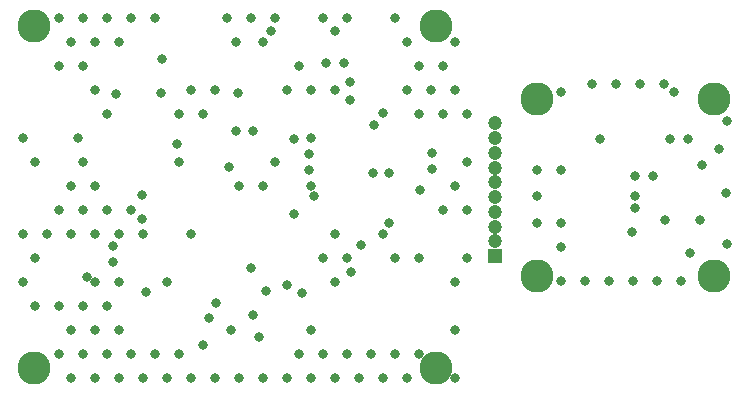
<source format=gbs>
G04*
G04 #@! TF.GenerationSoftware,Altium Limited,Altium Designer,20.0.2 (26)*
G04*
G04 Layer_Color=16711935*
%FSLAX25Y25*%
%MOIN*%
G70*
G01*
G75*
%ADD64C,0.04737*%
%ADD65R,0.04737X0.04737*%
%ADD66C,0.11036*%
%ADD67C,0.03200*%
G54D64*
X-6000Y58907D02*
D03*
Y53986D02*
D03*
Y49065D02*
D03*
Y44144D02*
D03*
Y39222D02*
D03*
Y34301D02*
D03*
Y29380D02*
D03*
Y24459D02*
D03*
Y19537D02*
D03*
G54D65*
Y14616D02*
D03*
G54D66*
X-159669Y-22689D02*
D03*
X-25811D02*
D03*
Y91484D02*
D03*
X-159669D02*
D03*
X7874Y66929D02*
D03*
X66929Y66929D02*
D03*
Y7874D02*
D03*
X7874D02*
D03*
G54D67*
X-19500Y86000D02*
D03*
Y70000D02*
D03*
X-15500Y62000D02*
D03*
Y46000D02*
D03*
X-19500Y38000D02*
D03*
X-15500Y30000D02*
D03*
Y14000D02*
D03*
X-19500Y6000D02*
D03*
Y-10000D02*
D03*
Y-26000D02*
D03*
X-23500Y78000D02*
D03*
X-27500Y70000D02*
D03*
X-23500Y62000D02*
D03*
Y30000D02*
D03*
X-35500Y86000D02*
D03*
X-31500Y78000D02*
D03*
X-35500Y70000D02*
D03*
X-31500Y62000D02*
D03*
Y14000D02*
D03*
Y-18000D02*
D03*
X-35500Y-26000D02*
D03*
X-39500Y94000D02*
D03*
X-43500Y22000D02*
D03*
X-39500Y14000D02*
D03*
Y-18000D02*
D03*
X-43500Y-26000D02*
D03*
X-47500Y-18000D02*
D03*
X-51500Y-26000D02*
D03*
X-55500Y94000D02*
D03*
X-59500Y70000D02*
D03*
Y22000D02*
D03*
X-55500Y14000D02*
D03*
X-59500Y6000D02*
D03*
X-55500Y-18000D02*
D03*
X-59500Y-26000D02*
D03*
X-63500Y94000D02*
D03*
X-67500Y70000D02*
D03*
Y54000D02*
D03*
Y38000D02*
D03*
X-63500Y14000D02*
D03*
X-67500Y-10000D02*
D03*
X-63500Y-18000D02*
D03*
X-67500Y-26000D02*
D03*
X-71500Y78000D02*
D03*
X-75500Y70000D02*
D03*
X-71500Y-18000D02*
D03*
X-75500Y-26000D02*
D03*
X-79500Y94000D02*
D03*
X-83500Y86000D02*
D03*
X-79500Y46000D02*
D03*
X-83500Y38000D02*
D03*
Y-26000D02*
D03*
X-87500Y94000D02*
D03*
X-91500Y38000D02*
D03*
Y-26000D02*
D03*
X-95500Y94000D02*
D03*
X-99500Y70000D02*
D03*
Y-26000D02*
D03*
X-107500Y70000D02*
D03*
X-103500Y62000D02*
D03*
X-107500Y22000D02*
D03*
Y-26000D02*
D03*
X-111500Y62000D02*
D03*
Y46000D02*
D03*
X-115500Y6000D02*
D03*
X-111500Y-18000D02*
D03*
X-115500Y-26000D02*
D03*
X-119500Y94000D02*
D03*
X-123500Y22000D02*
D03*
X-119500Y-18000D02*
D03*
X-123500Y-26000D02*
D03*
X-127500Y94000D02*
D03*
X-131500Y86000D02*
D03*
X-127500Y30000D02*
D03*
X-131500Y22000D02*
D03*
Y6000D02*
D03*
Y-10000D02*
D03*
X-127500Y-18000D02*
D03*
X-131500Y-26000D02*
D03*
X-135500Y94000D02*
D03*
X-139500Y86000D02*
D03*
Y70000D02*
D03*
X-135500Y62000D02*
D03*
X-139500Y38000D02*
D03*
X-135500Y30000D02*
D03*
X-139500Y22000D02*
D03*
Y6000D02*
D03*
X-135500Y-2000D02*
D03*
X-139500Y-10000D02*
D03*
X-135500Y-18000D02*
D03*
X-139500Y-26000D02*
D03*
X-143500Y94000D02*
D03*
X-147500Y86000D02*
D03*
X-143500Y78000D02*
D03*
Y46000D02*
D03*
X-147500Y38000D02*
D03*
X-143500Y30000D02*
D03*
X-147500Y22000D02*
D03*
X-143500Y-2000D02*
D03*
X-147500Y-10000D02*
D03*
X-143500Y-18000D02*
D03*
X-147500Y-26000D02*
D03*
X-151500Y94000D02*
D03*
Y78000D02*
D03*
Y30000D02*
D03*
X-155500Y22000D02*
D03*
X-151500Y-2000D02*
D03*
Y-18000D02*
D03*
X-163500Y54000D02*
D03*
X-159500Y46000D02*
D03*
X-163500Y22000D02*
D03*
X-159500Y14000D02*
D03*
X-163500Y6000D02*
D03*
X-159500Y-2000D02*
D03*
X-75615Y4860D02*
D03*
X-82366Y3013D02*
D03*
X-84866Y-12500D02*
D03*
X-94177Y-10000D02*
D03*
X-99253Y-889D02*
D03*
X-112006Y52159D02*
D03*
X-123833Y26961D02*
D03*
X-123882Y34836D02*
D03*
X-54269Y9291D02*
D03*
X-50811Y18482D02*
D03*
X-41500Y25689D02*
D03*
X-46382Y58392D02*
D03*
X-54416Y66724D02*
D03*
X-54428Y72632D02*
D03*
X-56632Y79072D02*
D03*
X-62632D02*
D03*
X-92403Y86064D02*
D03*
X-117006Y80426D02*
D03*
X-145000Y54000D02*
D03*
X-59500Y89500D02*
D03*
X-80663Y89512D02*
D03*
X-73052Y53794D02*
D03*
Y28500D02*
D03*
X-142171Y7529D02*
D03*
X-122559Y2676D02*
D03*
X-103627Y-15000D02*
D03*
X-43597Y62392D02*
D03*
X-70493Y2232D02*
D03*
X-101500Y-6000D02*
D03*
X-41500Y42161D02*
D03*
X-46897D02*
D03*
X-66405Y34618D02*
D03*
X-27053Y48878D02*
D03*
Y43630D02*
D03*
X-68000Y48500D02*
D03*
Y43406D02*
D03*
X-31100Y36516D02*
D03*
X-133500Y12500D02*
D03*
Y18000D02*
D03*
X-94965Y44390D02*
D03*
X-91677Y69000D02*
D03*
X-117500D02*
D03*
X-132500Y68500D02*
D03*
X-86894Y56486D02*
D03*
X-92406D02*
D03*
X-87500Y10500D02*
D03*
X-86894Y-5067D02*
D03*
X50074Y72000D02*
D03*
X42090D02*
D03*
X34106D02*
D03*
X26123D02*
D03*
X55919Y6375D02*
D03*
X47935D02*
D03*
X39952D02*
D03*
X31968D02*
D03*
X23984D02*
D03*
X16000D02*
D03*
Y17705D02*
D03*
X7874Y34618D02*
D03*
X8016Y25689D02*
D03*
X58176Y53736D02*
D03*
X52176D02*
D03*
X29000D02*
D03*
X15858Y69166D02*
D03*
X71293Y59580D02*
D03*
Y18602D02*
D03*
X7874Y43406D02*
D03*
X53551Y69166D02*
D03*
X62259Y26500D02*
D03*
X40559Y30500D02*
D03*
X46583Y41433D02*
D03*
X16000Y25689D02*
D03*
X15858Y43406D02*
D03*
X39500Y22500D02*
D03*
X71000Y35500D02*
D03*
X40559Y41433D02*
D03*
X63000Y45000D02*
D03*
X40559Y34819D02*
D03*
X59000Y15500D02*
D03*
X68500Y50295D02*
D03*
X50500Y26673D02*
D03*
M02*

</source>
